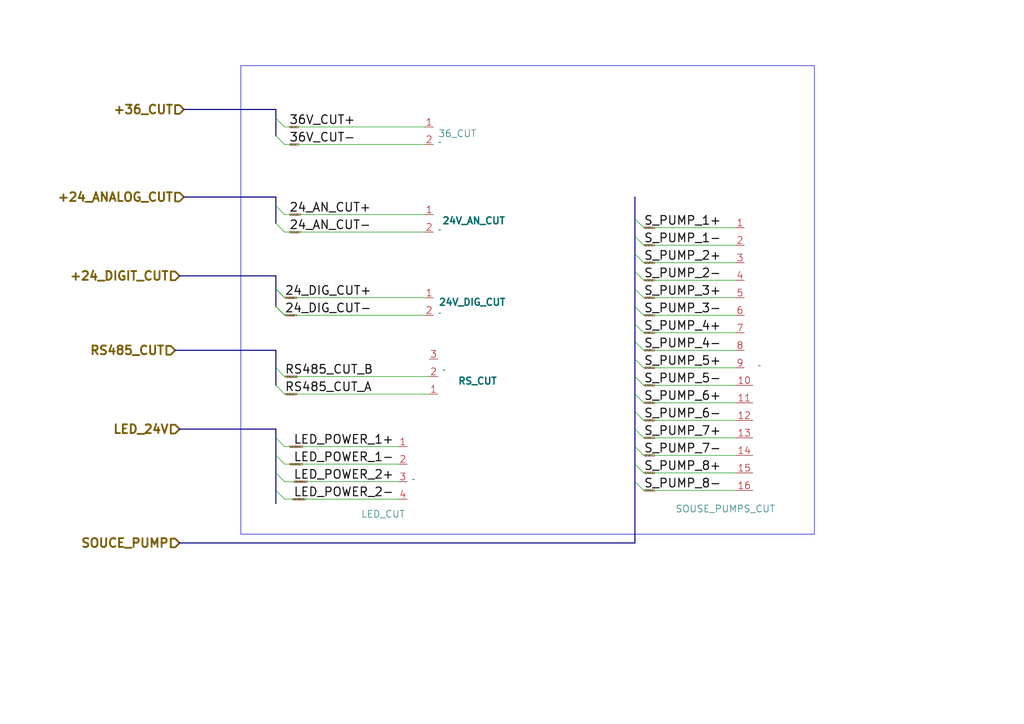
<source format=kicad_sch>
(kicad_sch (version 20250114) (generator "eeschema") (generator_version "9.0")
  (paper "A4")
  (lib_symbols
    (symbol "Connector:Conn_01x02_(wide)"
      (property "Reference" "J" (at 0 0 0))
      (symbol "Conn_01x02_(wide)_1_1"
        (pin input line (at -2.54 -5.08 0) (length 2.54) (name "") (number "1"))
        (pin input line (at -2.54 -10.16 0) (length 2.54) (name "") (number "2"))
      )
    )
    (symbol "Connector:Conn_01x03_(wide)"
      (property "Reference" "J" (at 0 0 0))
      (symbol "Conn_01x03_(wide)_1_1"
        (pin input line (at -2.54 -5.08 0) (length 2.54) (name "") (number "1"))
        (pin input line (at -2.54 -10.16 0) (length 2.54) (name "") (number "2"))
        (pin input line (at -2.54 -15.24 0) (length 2.54) (name "") (number "3"))
      )
    )
    (symbol "Connector:Conn_01x04_(wide)"
      (property "Reference" "J" (at 0 0 0))
      (symbol "Conn_01x04_(wide)_1_1"
        (pin input line (at -2.54 -5.08 0) (length 2.54) (name "") (number "1"))
        (pin input line (at -2.54 -10.16 0) (length 2.54) (name "") (number "2"))
        (pin input line (at -2.54 -15.24 0) (length 2.54) (name "") (number "3"))
        (pin input line (at -2.54 -20.32 0) (length 2.54) (name "") (number "4"))
      )
    )
    (symbol "Connector:Conn_01x16_(wide)"
      (property "Reference" "J" (at 0 0 0))
      (symbol "Conn_01x16_(wide)_1_1"
        (pin input line (at -2.54 -5.08 0) (length 2.54) (name "") (number "1"))
        (pin input line (at -2.54 -10.16 0) (length 2.54) (name "") (number "2"))
        (pin input line (at -2.54 -15.24 0) (length 2.54) (name "") (number "3"))
        (pin input line (at -2.54 -20.32 0) (length 2.54) (name "") (number "4"))
        (pin input line (at -2.54 -25.4 0) (length 2.54) (name "") (number "5"))
        (pin input line (at -2.54 -30.48 0) (length 2.54) (name "") (number "6"))
        (pin input line (at -2.54 -35.56 0) (length 2.54) (name "") (number "7"))
        (pin input line (at -2.54 -40.64 0) (length 2.54) (name "") (number "8"))
        (pin input line (at -2.54 -45.72 0) (length 2.54) (name "") (number "9"))
        (pin input line (at -2.54 -50.8 0) (length 5) (name "") (number "10"))
        (pin input line (at -2.54 -55.88 0) (length 5) (name "") (number "11"))
        (pin input line (at -2.54 -60.96 0) (length 5) (name "") (number "12"))
        (pin input line (at -2.54 -66.04 0) (length 5) (name "") (number "13"))
        (pin input line (at -2.54 -71.12 0) (length 5) (name "") (number "14"))
        (pin input line (at -2.54 -76.2 0) (length 5) (name "") (number "15"))
        (pin input line (at -2.54 -81.28 0) (length 5) (name "") (number "16"))
      )
    )
  )
  (rectangle (start 69.85 19.05) (end 236.22 154.94))
  (bus_entry (at 184.15 63.5) (size 2.54 2.54))
  (bus_entry (at 184.15 114.3) (size 2.54 2.54))
  (bus_entry (at 184.15 109.22) (size 2.54 2.54))
  (bus_entry (at 80.01 64.77) (size 2.54 2.54))
  (bus_entry (at 80.01 83.82) (size 2.54 2.54))
  (bus_entry (at 184.15 83.82) (size 2.54 2.54))
  (bus_entry (at 184.15 99.06) (size 2.54 2.54))
  (bus_entry (at 80.01 39.37) (size 2.54 2.54))
  (bus_entry (at 184.15 68.58) (size 2.54 2.54))
  (bus_entry (at 80.01 106.68) (size 2.54 2.54))
  (bus_entry (at 80.01 127) (size 2.54 2.54))
  (bus_entry (at 184.15 88.9) (size 2.54 2.54))
  (bus_entry (at 80.01 137.16) (size 2.54 2.54))
  (bus_entry (at 184.15 129.54) (size 2.54 2.54))
  (bus_entry (at 184.15 93.98) (size 2.54 2.54))
  (bus_entry (at 80.01 132.08) (size 2.54 2.54))
  (bus_entry (at 184.15 119.38) (size 2.54 2.54))
  (bus_entry (at 80.01 59.69) (size 2.54 2.54))
  (bus_entry (at 184.15 124.46) (size 2.54 2.54))
  (bus_entry (at 184.15 104.14) (size 2.54 2.54))
  (bus_entry (at 184.15 134.62) (size 2.54 2.54))
  (bus_entry (at 80.01 111.76) (size 2.54 2.54))
  (bus_entry (at 80.01 142.24) (size 2.54 2.54))
  (bus_entry (at 80.01 88.9) (size 2.54 2.54))
  (bus_entry (at 80.01 88.9) (size 2.54 2.54))
  (bus_entry (at 184.15 73.66) (size 2.54 2.54))
  (bus_entry (at 80.01 83.82) (size 2.54 2.54))
  (bus_entry (at 184.15 139.7) (size 2.54 2.54))
  (bus_entry (at 80.01 34.29) (size 2.54 2.54))
  (bus_entry (at 184.15 78.74) (size 2.54 2.54))
  (wire (pts (xy 82.55 62.23) (xy 123.19 62.23)))
  (wire (pts (xy 186.69 121.92) (xy 213.36 121.92)))
  (bus (pts (xy 52.07 124.46) (xy 80.01 124.46)))
  (bus (pts (xy 80.01 124.46) (xy 80.01 127)))
  (wire (pts (xy 186.69 132.08) (xy 213.36 132.08)))
  (wire (pts (xy 186.69 91.44) (xy 213.36 91.44)))
  (bus (pts (xy 80.01 106.68) (xy 80.01 111.76)))
  (bus (pts (xy 184.15 139.7) (xy 184.15 157.48)))
  (wire (pts (xy 186.69 81.28) (xy 213.36 81.28)))
  (bus (pts (xy 184.15 88.9) (xy 184.15 93.98)))
  (bus (pts (xy 80.01 132.08) (xy 80.01 137.16)))
  (wire (pts (xy 186.69 101.6) (xy 213.36 101.6)))
  (bus (pts (xy 184.15 63.5) (xy 184.15 68.58)))
  (wire (pts (xy 186.69 116.84) (xy 213.36 116.84)))
  (wire (pts (xy 186.69 86.36) (xy 213.36 86.36)))
  (bus (pts (xy 184.15 119.38) (xy 184.15 124.46)))
  (wire (pts (xy 82.55 36.83) (xy 123.19 36.83)))
  (bus (pts (xy 52.07 157.48) (xy 184.15 157.48)))
  (bus (pts (xy 80.01 142.24) (xy 80.01 146.05)))
  (bus (pts (xy 184.15 114.3) (xy 184.15 119.38)))
  (bus (pts (xy 80.01 31.75) (xy 80.01 34.29)))
  (bus (pts (xy 80.01 59.69) (xy 80.01 64.77)))
  (wire (pts (xy 82.55 144.78) (xy 115.57 144.78)))
  (wire (pts (xy 186.69 137.16) (xy 213.36 137.16)))
  (wire (pts (xy 186.69 66.04) (xy 213.36 66.04)))
  (bus (pts (xy 80.01 57.15) (xy 80.01 59.69)))
  (bus (pts (xy 184.15 129.54) (xy 184.15 134.62)))
  (bus (pts (xy 80.01 137.16) (xy 80.01 142.24)))
  (wire (pts (xy 186.69 76.2) (xy 213.36 76.2)))
  (bus (pts (xy 184.15 73.66) (xy 184.15 78.74)))
  (bus (pts (xy 80.01 106.68) (xy 80.01 101.6)))
  (wire (pts (xy 186.69 71.12) (xy 213.36 71.12)))
  (bus (pts (xy 184.15 68.58) (xy 184.15 73.66)))
  (bus (pts (xy 184.15 83.82) (xy 184.15 88.9)))
  (wire (pts (xy 82.55 67.31) (xy 123.19 67.31)))
  (bus (pts (xy 184.15 109.22) (xy 184.15 114.3)))
  (bus (pts (xy 80.01 34.29) (xy 80.01 39.37)))
  (wire (pts (xy 82.55 86.36) (xy 123.19 86.36)))
  (wire (pts (xy 186.69 142.24) (xy 213.36 142.24)))
  (wire (pts (xy 186.69 96.52) (xy 213.36 96.52)))
  (wire (pts (xy 82.55 109.22) (xy 124.46 109.22)))
  (wire (pts (xy 82.55 139.7) (xy 115.57 139.7)))
  (bus (pts (xy 80.01 83.82) (xy 80.01 88.9)))
  (wire (pts (xy 186.69 106.68) (xy 213.36 106.68)))
  (wire (pts (xy 82.55 91.44) (xy 123.19 91.44)))
  (bus (pts (xy 184.15 78.74) (xy 184.15 83.82)))
  (wire (pts (xy 82.55 129.54) (xy 115.57 129.54)))
  (bus (pts (xy 80.01 127) (xy 80.01 132.08)))
  (wire (pts (xy 82.55 134.62) (xy 115.57 134.62)))
  (bus (pts (xy 80.01 80.01) (xy 52.07 80.01)))
  (bus (pts (xy 184.15 124.46) (xy 184.15 129.54)))
  (bus (pts (xy 184.15 57.15) (xy 184.15 63.5)))
  (bus (pts (xy 80.01 83.82) (xy 80.01 80.01)))
  (wire (pts (xy 186.69 127) (xy 213.36 127)))
  (bus (pts (xy 184.15 134.62) (xy 184.15 139.7)))
  (bus (pts (xy 53.34 57.15) (xy 80.01 57.15)))
  (bus (pts (xy 53.34 31.75) (xy 80.01 31.75)))
  (bus (pts (xy 184.15 99.06) (xy 184.15 104.14)))
  (wire (pts (xy 82.55 114.3) (xy 124.46 114.3)))
  (bus (pts (xy 184.15 93.98) (xy 184.15 99.06)))
  (wire (pts (xy 186.69 111.76) (xy 213.36 111.76)))
  (bus (pts (xy 184.15 104.14) (xy 184.15 109.22)))
  (bus (pts (xy 80.01 101.6) (xy 50.8 101.6)))
  (wire (pts (xy 82.55 41.91) (xy 123.19 41.91)))
  (label "24_DIG_CUT-" (at 82.55 91.44 0) (effects (font (size 2.5 2.5) (thickness 0.3125))))
  (label "S_PUMP_7-" (at 186.69 132.08 0) (effects (font (size 2.5 2.5) (thickness 0.3125))))
  (label "36V_CUT+" (at 83.82 36.83 0) (effects (font (size 2.5 2.5) (thickness 0.3125))))
  (label "LED_POWER_2-" (at 85.09 144.78 0) (effects (font (size 2.5 2.5) (thickness 0.3125))))
  (label "24_AN_CUT-" (at 83.82 67.31 0) (effects (font (size 2.5 2.5) (thickness 0.3125))))
  (label "24_DIG_CUT+" (at 82.55 86.36 0) (effects (font (size 2.5 2.5) (thickness 0.3125))))
  (label "S_PUMP_8-" (at 186.69 142.24 0) (effects (font (size 2.5 2.5) (thickness 0.3125))))
  (label "S_PUMP_3+" (at 186.69 86.36 0) (effects (font (size 2.5 2.5) (thickness 0.3125))))
  (label "S_PUMP_1-" (at 186.69 71.12 0) (effects (font (size 2.5 2.5) (thickness 0.3125))))
  (label "S_PUMP_4+" (at 186.69 96.52 0) (effects (font (size 2.5 2.5) (thickness 0.3125))))
  (label "S_PUMP_2-" (at 186.69 81.28 0) (effects (font (size 2.5 2.5) (thickness 0.3125))))
  (label "LED_POWER_1-" (at 114.3 134.62 180) (effects (font (size 2.5 2.5) (thickness 0.3125))))
  (label "S_PUMP_4-" (at 186.69 101.6 0) (effects (font (size 2.5 2.5) (thickness 0.3125))))
  (label "S_PUMP_7+" (at 186.69 127 0) (effects (font (size 2.5 2.5) (thickness 0.3125))))
  (label "S_PUMP_8+" (at 186.69 137.16 0) (effects (font (size 2.5 2.5) (thickness 0.3125))))
  (label "S_PUMP_6+" (at 186.69 116.84 0) (effects (font (size 2.5 2.5) (thickness 0.3125))))
  (label "LED_POWER_2+" (at 114.3 139.7 180) (effects (font (size 2.5 2.5) (thickness 0.3125))))
  (label "S_PUMP_1+" (at 186.69 66.04 0) (effects (font (size 2.5 2.5) (thickness 0.3125))))
  (label "LED_POWER_1+" (at 114.3 129.54 180) (effects (font (size 2.5 2.5) (thickness 0.3125))))
  (label "S_PUMP_5+" (at 186.69 106.68 0) (effects (font (size 2.5 2.5) (thickness 0.3125))))
  (label "S_PUMP_3-" (at 186.69 91.44 0) (effects (font (size 2.5 2.5) (thickness 0.3125))))
  (label "RS485_CUT_B" (at 82.55 109.22 0) (effects (font (size 2.5 2.5) (thickness 0.3125))))
  (label "S_PUMP_2+" (at 186.69 76.2 0) (effects (font (size 2.5 2.5) (thickness 0.3125))))
  (label "S_PUMP_6-" (at 186.69 121.92 0) (effects (font (size 2.5 2.5) (thickness 0.3125))))
  (label "S_PUMP_5-" (at 186.69 111.76 0) (effects (font (size 2.5 2.5) (thickness 0.3125))))
  (label "RS485_CUT_A" (at 82.55 114.3 0) (effects (font (size 2.5 2.5) (thickness 0.3125))))
  (label "24_AN_CUT+" (at 83.82 62.23 0) (effects (font (size 2.5 2.5) (thickness 0.3125))))
  (label "36V_CUT-" (at 83.82 41.91 0) (effects (font (size 2.5 2.5) (thickness 0.3125))))
  (global_label "LED_POWER_1+" (shape input) (at 83.82 129.54 0) (effects (font (size 0.3 0.3))) (property "Intersheetrefs" "${INTERSHEET_REFS}" (effects (hide yes))))
  (global_label "S_PUMP_4+" (shape input) (at 186.69 96.52 0) (effects (font (size 0.3 0.3))) (property "Intersheetrefs" "${INTERSHEET_REFS}" (effects (hide yes))))
  (global_label "LED_POWER_2+" (shape input) (at 85.09 139.7 0) (effects (font (size 0.3 0.3))) (property "Intersheetrefs" "${INTERSHEET_REFS}" (effects (hide yes))))
  (global_label "24_DIG_CUT-" (shape input) (at 82.55 91.44 0) (effects (font (size 0.3 0.3))) (property "Intersheetrefs" "${INTERSHEET_REFS}" (effects (hide yes))))
  (global_label "S_PUMP_5+" (shape input) (at 186.69 106.68 0) (effects (font (size 0.3 0.3))) (property "Intersheetrefs" "${INTERSHEET_REFS}" (effects (hide yes))))
  (global_label "24_AN_CUT+" (shape input) (at 83.82 62.23 0) (effects (font (size 0.3 0.3))) (property "Intersheetrefs" "${INTERSHEET_REFS}" (effects (hide yes))))
  (global_label "S_PUMP_5-" (shape input) (at 186.69 111.76 0) (effects (font (size 0.3 0.3))) (property "Intersheetrefs" "${INTERSHEET_REFS}" (effects (hide yes))))
  (global_label "S_PUMP_6-" (shape input) (at 186.69 121.92 0) (effects (font (size 0.3 0.3))) (property "Intersheetrefs" "${INTERSHEET_REFS}" (effects (hide yes))))
  (global_label "24_DIG_CUT+" (shape input) (at 82.55 86.36 0) (effects (font (size 0.3 0.3))) (property "Intersheetrefs" "${INTERSHEET_REFS}" (effects (hide yes))))
  (global_label "S_PUMP_1+" (shape input) (at 186.69 66.04 0) (effects (font (size 0.3 0.3))) (property "Intersheetrefs" "${INTERSHEET_REFS}" (effects (hide yes))))
  (global_label "S_PUMP_3+" (shape input) (at 186.69 86.36 0) (effects (font (size 0.3 0.3))) (property "Intersheetrefs" "${INTERSHEET_REFS}" (effects (hide yes))))
  (global_label "S_PUMP_3-" (shape input) (at 186.69 91.44 0) (effects (font (size 0.3 0.3))) (property "Intersheetrefs" "${INTERSHEET_REFS}" (effects (hide yes))))
  (global_label "S_PUMP_8-" (shape input) (at 186.69 142.24 0) (effects (font (size 0.3 0.3))) (property "Intersheetrefs" "${INTERSHEET_REFS}" (effects (hide yes))))
  (global_label "S_PUMP_6+" (shape input) (at 186.69 116.84 0) (effects (font (size 0.3 0.3))) (property "Intersheetrefs" "${INTERSHEET_REFS}" (effects (hide yes))))
  (global_label "LED_POWER_1-" (shape input) (at 83.82 134.62 0) (effects (font (size 0.3 0.3))) (property "Intersheetrefs" "${INTERSHEET_REFS}" (effects (hide yes))))
  (global_label "S_PUMP_2-" (shape input) (at 186.69 81.28 0) (effects (font (size 0.3 0.3))) (property "Intersheetrefs" "${INTERSHEET_REFS}" (effects (hide yes))))
  (global_label "36V_CUT+" (shape input) (at 83.82 36.83 0) (effects (font (size 0.3 0.3))) (property "Intersheetrefs" "${INTERSHEET_REFS}" (effects (hide yes))))
  (global_label "S_PUMP_7+" (shape input) (at 186.69 127 0) (effects (font (size 0.3 0.3))) (property "Intersheetrefs" "${INTERSHEET_REFS}" (effects (hide yes))))
  (global_label "LED_POWER_2-" (shape input) (at 88.9 144.78 180) (effects (font (size 0.3 0.3))) (property "Intersheetrefs" "${INTERSHEET_REFS}" (effects (hide yes))))
  (global_label "S_PUMP_1-" (shape input) (at 186.69 71.12 0) (effects (font (size 0.3 0.3))) (property "Intersheetrefs" "${INTERSHEET_REFS}" (effects (hide yes))))
  (global_label "RS485_CUT_B" (shape input) (at 82.55 109.22 0) (effects (font (size 0.3 0.3))) (property "Intersheetrefs" "${INTERSHEET_REFS}" (effects (hide yes))))
  (global_label "S_PUMP_7-" (shape input) (at 186.69 132.08 0) (effects (font (size 0.3 0.3))) (property "Intersheetrefs" "${INTERSHEET_REFS}" (effects (hide yes))))
  (global_label "36V_CUT-" (shape input) (at 83.82 41.91 0) (effects (font (size 0.3 0.3))) (property "Intersheetrefs" "${INTERSHEET_REFS}" (effects (hide yes))))
  (global_label "S_PUMP_4-" (shape input) (at 186.69 101.6 0) (effects (font (size 0.3 0.3))) (property "Intersheetrefs" "${INTERSHEET_REFS}" (effects (hide yes))))
  (global_label "S_PUMP_8+" (shape input) (at 186.69 137.16 0) (effects (font (size 0.3 0.3))) (property "Intersheetrefs" "${INTERSHEET_REFS}" (effects (hide yes))))
  (global_label "24_AN_CUT-" (shape input) (at 83.82 67.31 0) (effects (font (size 0.3 0.3))) (property "Intersheetrefs" "${INTERSHEET_REFS}" (effects (hide yes))))
  (global_label "S_PUMP_2+" (shape input) (at 186.69 76.2 0) (effects (font (size 0.3 0.3))) (property "Intersheetrefs" "${INTERSHEET_REFS}" (effects (hide yes))))
  (global_label "RS485_CUT_A" (shape input) (at 82.55 114.3 0) (effects (font (size 0.3 0.3))) (property "Intersheetrefs" "${INTERSHEET_REFS}" (effects (hide yes))))
  (hierarchical_label "+36_CUT" (shape input) (at 53.34 31.75 180) (effects (font (size 2.54 2.54) (thickness 0.508) (bold yes))))
  (hierarchical_label "RS485_CUT" (shape input) (at 50.8 101.6 180) (effects (font (size 2.54 2.54) (thickness 0.508) (bold yes))))
  (hierarchical_label "LED_24V" (shape input) (at 52.07 124.46 180) (effects (font (size 2.54 2.54) (thickness 0.508) (bold yes))))
  (hierarchical_label "+24_DIGIT_CUT" (shape input) (at 52.07 80.01 180) (effects (font (size 2.54 2.54) (thickness 0.508) (bold yes))))
  (hierarchical_label "+24_ANALOG_CUT" (shape input) (at 53.34 57.15 180) (effects (font (size 2.54 2.54) (thickness 0.508) (bold yes))))
  (hierarchical_label "SOUСE_PUMP" (shape input) (at 52.07 157.48 180) (effects (font (size 2.54 2.54) (thickness 0.508) (bold yes))))
  (symbol (lib_id "Connector:Conn_01x04_(wide)") (at 118.11 124.46 0) (unit 1)
    (property "Reference" "LED_CUT" (at 104.648 149.098 0) (effects (font (size 2 2)) (justify left)))
    (property "Value" "~" (at 119.38 139.065 0) (effects (justify left)))
  )
  (symbol (lib_id "Connector:Conn_01x02_(wide)") (at 125.73 31.75 0) (unit 1)
    (property "Reference" "36_CUT" (at 127 38.7349 0) (effects (font (size 2 2)) (justify left)))
    (property "Value" "~" (at 127 41.275 0) (effects (justify left)))
  )
  (symbol (lib_id "Connector:Conn_01x16_(wide)") (at 215.9 60.96 0) (unit 1)
    (property "Reference" "SOUSE_PUMPS_CUT" (at 195.834 147.574 0) (effects (font (size 2 2)) (justify left)))
    (property "Value" "~" (at 219.71 106.045 0) (effects (justify left)))
  )
  (symbol (lib_id "Connector:Conn_01x02_(wide)") (at 125.73 81.28 0) (unit 1)
    (property "Reference" "24V_DIG_CUT" (at 127 87.63 0) (effects (font (size 2 2) (thickness 0.4) (bold yes)) (justify left)))
    (property "Value" "~" (at 127 90.805 0) (effects (justify left)))
  )
  (symbol (lib_id "Connector:Conn_01x03_(wide)") (at 127 119.38 0) (mirror x) (unit 1)
    (property "Reference" "RS_CUT" (at 132.588 110.49 0) (effects (font (size 2 2) (thickness 0.4) (bold yes)) (justify left)))
    (property "Value" "~" (at 128.27 107.315 0) (effects (justify left)))
  )
  (symbol (lib_id "Connector:Conn_01x02_(wide)") (at 125.73 57.15 0) (unit 1)
    (property "Reference" "24V_AN_CUT" (at 128.016 64.008 0) (effects (font (size 2 2) (thickness 0.4) (bold yes)) (justify left)))
    (property "Value" "~" (at 127 66.675 0) (effects (justify left)))
  )
)
</source>
